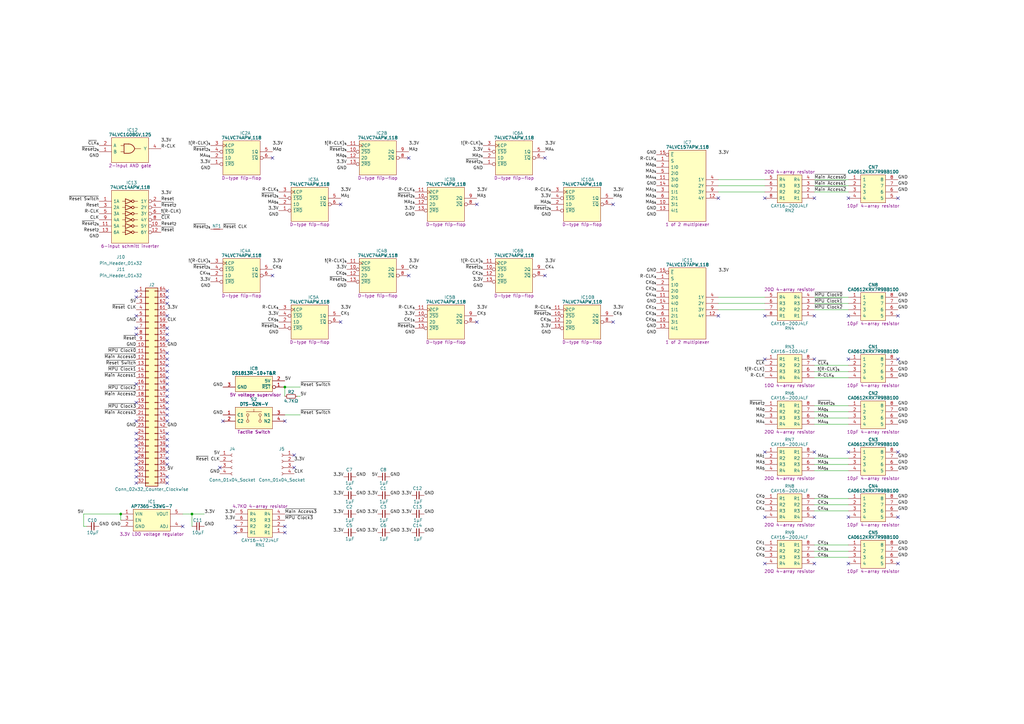
<source format=kicad_sch>
(kicad_sch (version 20230121) (generator eeschema)
  (paper "A3")
  (title_block (title "Triple MPU Clock Generator") (date "2023-12-11") (rev "V0"))
  (junction (at 49.53 210.82))
  (junction (at 116.84 158.75))
  (junction (at 78.74 210.82))
  (no_connect (at 334.01 129.54))
  (no_connect (at 368.3 212.09))
  (no_connect (at 347.98 81.28))
  (no_connect (at 68.58 152.4))
  (no_connect (at 313.69 129.54))
  (no_connect (at 55.88 177.8))
  (no_connect (at 55.88 180.34))
  (no_connect (at 313.69 231.14))
  (no_connect (at 347.98 129.54))
  (no_connect (at 74.93 215.9))
  (no_connect (at 55.88 185.42))
  (no_connect (at 68.58 195.58))
  (no_connect (at 223.52 64.77))
  (no_connect (at 91.44 172.72))
  (no_connect (at 68.58 129.54))
  (no_connect (at 55.88 121.92))
  (no_connect (at 368.3 81.28))
  (no_connect (at 368.3 147.32))
  (no_connect (at 347.98 231.14))
  (no_connect (at 68.58 119.38))
  (no_connect (at 294.64 81.28))
  (no_connect (at 334.01 147.32))
  (no_connect (at 68.58 198.12))
  (no_connect (at 334.01 231.14))
  (no_connect (at 251.46 132.08))
  (no_connect (at 55.88 137.16))
  (no_connect (at 55.88 187.96))
  (no_connect (at 68.58 172.72))
  (no_connect (at 90.17 191.77))
  (no_connect (at 68.58 160.02))
  (no_connect (at 68.58 180.34))
  (no_connect (at 120.65 191.77))
  (no_connect (at 96.52 215.9))
  (no_connect (at 334.01 81.28))
  (no_connect (at 55.88 193.04))
  (no_connect (at 55.88 190.5))
  (no_connect (at 68.58 165.1))
  (no_connect (at 116.84 172.72))
  (no_connect (at 139.7 83.82))
  (no_connect (at 55.88 182.88))
  (no_connect (at 68.58 134.62))
  (no_connect (at 68.58 154.94))
  (no_connect (at 167.64 113.03))
  (no_connect (at 111.76 64.77))
  (no_connect (at 313.69 212.09))
  (no_connect (at 68.58 167.64))
  (no_connect (at 55.88 172.72))
  (no_connect (at 68.58 137.16))
  (no_connect (at 347.98 147.32))
  (no_connect (at 96.52 218.44))
  (no_connect (at 313.69 147.32))
  (no_connect (at 68.58 144.78))
  (no_connect (at 68.58 124.46))
  (no_connect (at 55.88 157.48))
  (no_connect (at 223.52 113.03))
  (no_connect (at 167.64 64.77))
  (no_connect (at 68.58 147.32))
  (no_connect (at 68.58 170.18))
  (no_connect (at 139.7 132.08))
  (no_connect (at 313.69 185.42))
  (no_connect (at 68.58 157.48))
  (no_connect (at 68.58 185.42))
  (no_connect (at 68.58 190.5))
  (no_connect (at 55.88 165.1))
  (no_connect (at 68.58 182.88))
  (no_connect (at 347.98 185.42))
  (no_connect (at 55.88 198.12))
  (no_connect (at 195.58 132.08))
  (no_connect (at 55.88 119.38))
  (no_connect (at 368.3 129.54))
  (no_connect (at 334.01 185.42))
  (no_connect (at 368.3 231.14))
  (no_connect (at 68.58 162.56))
  (no_connect (at 347.98 212.09))
  (no_connect (at 251.46 83.82))
  (no_connect (at 68.58 177.8))
  (no_connect (at 68.58 149.86))
  (no_connect (at 116.84 215.9))
  (no_connect (at 120.65 186.69))
  (no_connect (at 195.58 83.82))
  (no_connect (at 68.58 187.96))
  (no_connect (at 111.76 113.03))
  (no_connect (at 55.88 129.54))
  (no_connect (at 55.88 195.58))
  (no_connect (at 334.01 212.09))
  (no_connect (at 116.84 218.44))
  (no_connect (at 68.58 121.92))
  (no_connect (at 313.69 81.28))
  (no_connect (at 294.64 129.54))
  (no_connect (at 68.58 139.7))
  (no_connect (at 368.3 185.42))
  (no_connect (at 55.88 134.62))
  (wire (pts (xy 334.01 187.96) (xy 347.98 187.96)))
  (wire (pts (xy 334.01 193.04) (xy 347.98 193.04)))
  (wire (pts (xy 123.19 158.75) (xy 116.84 158.75)))
  (wire (pts (xy 334.01 171.45) (xy 347.98 171.45)))
  (wire (pts (xy 334.01 78.74) (xy 347.98 78.74)))
  (wire (pts (xy 78.74 215.9) (xy 78.74 210.82)))
  (wire (pts (xy 334.01 166.37) (xy 347.98 166.37)))
  (wire (pts (xy 334.01 73.66) (xy 347.98 73.66)))
  (wire (pts (xy 334.01 152.4) (xy 347.98 152.4)))
  (wire (pts (xy 334.01 121.92) (xy 347.98 121.92)))
  (wire (pts (xy 334.01 207.01) (xy 347.98 207.01)))
  (wire (pts (xy 34.29 210.82) (xy 49.53 210.82)))
  (wire (pts (xy 313.69 121.92) (xy 294.64 121.92)))
  (wire (pts (xy 334.01 149.86) (xy 347.98 149.86)))
  (wire (pts (xy 334.01 226.06) (xy 347.98 226.06)))
  (wire (pts (xy 334.01 168.91) (xy 347.98 168.91)))
  (wire (pts (xy 49.53 210.82) (xy 49.53 213.36)))
  (wire (pts (xy 334.01 124.46) (xy 347.98 124.46)))
  (wire (pts (xy 116.84 158.75) (xy 116.84 162.56)))
  (wire (pts (xy 313.69 127) (xy 294.64 127)))
  (wire (pts (xy 313.69 78.74) (xy 294.64 78.74)))
  (wire (pts (xy 334.01 190.5) (xy 347.98 190.5)))
  (wire (pts (xy 334.01 173.99) (xy 347.98 173.99)))
  (wire (pts (xy 334.01 154.94) (xy 347.98 154.94)))
  (wire (pts (xy 334.01 204.47) (xy 347.98 204.47)))
  (wire (pts (xy 313.69 73.66) (xy 294.64 73.66)))
  (wire (pts (xy 334.01 76.2) (xy 347.98 76.2)))
  (wire (pts (xy 74.93 210.82) (xy 78.74 210.82)))
  (wire (pts (xy 123.19 170.18) (xy 116.84 170.18)))
  (wire (pts (xy 334.01 127) (xy 347.98 127)))
  (wire (pts (xy 334.01 228.6) (xy 347.98 228.6)))
  (wire (pts (xy 313.69 76.2) (xy 294.64 76.2)))
  (wire (pts (xy 34.29 210.82) (xy 34.29 215.9)))
  (wire (pts (xy 334.01 223.52) (xy 347.98 223.52)))
  (wire (pts (xy 123.19 162.56) (xy 121.92 162.56)))
  (wire (pts (xy 313.69 124.46) (xy 294.64 124.46)))
  (wire (pts (xy 34.29 215.9) (xy 35.56 215.9)))
  (wire (pts (xy 78.74 210.82) (xy 83.82 210.82)))
  (wire (pts (xy 334.01 209.55) (xy 347.98 209.55)))
  (label "CK_{0s}" (at 269.24 116.84 180))
  (label "MA_{0}" (at 111.76 62.23 0))
  (label "3.3V" (at 154.94 210.82 180))
  (label "3.3V" (at 226.06 134.62 180))
  (label "3.3V" (at 139.7 78.74 0))
  (label "GND" (at 55.88 142.24 180))
  (label "3.3V" (at 86.36 67.31 180))
  (label "R⋅CLK_{s}" (at 226.06 127 180))
  (label "5V" (at 68.58 193.04 0))
  (label "~{Main Access1}" (at 334.01 76.2 0))
  (label "CK_{1}" (at 313.69 223.52 180))
  (label "MA_{1}" (at 139.7 81.28 0))
  (label "~{Main Access0}" (at 55.88 147.32 180))
  (label "GND" (at 368.3 209.55 0))
  (label "GND" (at 86.36 118.11 180))
  (label "GND" (at 170.18 137.16 180))
  (label "R⋅CLK" (at 313.69 154.94 180))
  (label "GND" (at 142.24 69.85 180))
  (label "CK_{2}" (at 167.64 110.49 0))
  (label "GND" (at 68.58 175.26 0))
  (label "GND" (at 368.3 149.86 0))
  (label "3.3V" (at 195.58 78.74 0))
  (label "~{CLK}_{s}" (at 40.64 59.69 180))
  (label "~{Reset}_{2s}" (at 142.24 62.23 180))
  (label "~{Reset}_{2s}" (at 198.12 110.49 180))
  (label "~{Reset}_{2s}" (at 170.18 81.28 180))
  (label "3.3V" (at 68.58 127 0))
  (label "CK_{5s}" (at 269.24 132.08 180))
  (label "R⋅CLK_{s}" (at 269.24 114.3 180))
  (label "3.3V" (at 139.7 127 0))
  (label "CK_{2s}" (at 269.24 119.38 180))
  (label "3.3V" (at 170.18 86.36 180))
  (label "5V" (at 154.94 195.58 180))
  (label "MA_{4s}" (at 335.28 173.99 0))
  (label "CK_{0s}" (at 142.24 113.03 180))
  (label "~{Reset} CLK" (at 91.44 93.98 0))
  (label "3.3V" (at 111.76 107.95 0))
  (label "GND" (at 83.82 215.9 0))
  (label "MA_{2s}" (at 335.28 171.45 0))
  (label "MA_{2s}" (at 198.12 64.77 180))
  (label "GND" (at 368.3 127 0))
  (label "CK_{5}" (at 313.69 228.6 180))
  (label "GND" (at 146.05 195.58 0))
  (label "~{Reset}_{2s}" (at 114.3 134.62 180))
  (label "CK_{0}" (at 111.76 110.49 0))
  (label "CK_{3}" (at 313.69 226.06 180))
  (label "~{Main Access3}" (at 55.88 170.18 180))
  (label "~{MPU Clock2}" (at 334.01 127 0))
  (label "GND" (at 368.3 190.5 0))
  (label "3.3V" (at 111.76 59.69 0))
  (label "~{Reset Switch}" (at 123.19 158.75 0))
  (label "!(R⋅CLK)_{s}" (at 142.24 107.95 180))
  (label "CK_{2s}" (at 335.28 207.01 0))
  (label "GND" (at 368.3 73.66 0))
  (label "R⋅CLK_{s}" (at 114.3 78.74 180))
  (label "GND" (at 68.58 142.24 0))
  (label "CK_{3}" (at 195.58 129.54 0))
  (label "CLK" (at 120.65 194.31 0))
  (label "3.3V" (at 294.64 63.5 0))
  (label "~{Main Access1}" (at 55.88 154.94 180))
  (label "R⋅CLK_{s}" (at 335.28 154.94 0))
  (label "3.3V" (at 198.12 115.57 180))
  (label "~{Reset} CLK" (at 90.17 189.23 180))
  (label "~{Reset}_{2}" (at 313.69 166.37 180))
  (label "GND" (at 368.3 168.91 0))
  (label "CK_{5}" (at 251.46 129.54 0))
  (label "GND" (at 160.02 195.58 0))
  (label "~{Reset} CLK" (at 55.88 127 180))
  (label "~{Reset}_{2}" (at 66.04 85.09 0))
  (label "MA_{4s}" (at 86.36 64.77 180))
  (label "CK_{5s}" (at 335.28 228.6 0))
  (label "~{Main Access2}" (at 334.01 78.74 0))
  (label "GND" (at 368.3 223.52 0))
  (label "CK_{1}" (at 139.7 129.54 0))
  (label "GND" (at 170.18 88.9 180))
  (label "GND" (at 40.64 215.9 0))
  (label "5V" (at 34.29 210.82 180))
  (label "3.3V" (at 140.97 218.44 180))
  (label "GND" (at 198.12 118.11 180))
  (label "~{Reset}_{2s}" (at 86.36 110.49 180))
  (label "5V" (at 123.19 162.56 0))
  (label "~{Reset}_{2s}" (at 40.64 92.71 180))
  (label "!(R⋅CLK)" (at 313.69 152.4 180))
  (label "GND" (at 368.3 193.04 0))
  (label "GND" (at 368.3 226.06 0))
  (label "MA_{2}" (at 313.69 171.45 180))
  (label "GND" (at 269.24 86.36 180))
  (label "GND" (at 368.3 124.46 0))
  (label "3.3V" (at 154.94 218.44 180))
  (label "CK_{2}" (at 313.69 207.01 180))
  (label "~{MPU Clock2}" (at 55.88 160.02 180))
  (label "GND" (at 226.06 137.16 180))
  (label "MA_{3s}" (at 226.06 83.82 180))
  (label "R⋅CLK_{s}" (at 170.18 127 180))
  (label "Reset_{2}" (at 66.04 92.71 0))
  (label "GND" (at 49.53 215.9 180))
  (label "CK_{3s}" (at 226.06 132.08 180))
  (label "~{MPU Clock1}" (at 334.01 124.46 0))
  (label "MA_{5s}" (at 335.28 193.04 0))
  (label "GND" (at 198.12 69.85 180))
  (label "GND" (at 146.05 218.44 0))
  (label "R⋅CLK_{s}" (at 170.18 78.74 180))
  (label "CLK" (at 40.64 90.17 180))
  (label "GND" (at 269.24 63.5 180))
  (label "MA_{1s}" (at 269.24 78.74 180))
  (label "CK_{0}" (at 313.69 204.47 180))
  (label "~{Reset}_{2s}" (at 226.06 86.36 180))
  (label "~{Reset}_{2s}" (at 226.06 129.54 180))
  (label "CK_{4s}" (at 335.28 209.55 0))
  (label "3.3V" (at 66.04 80.01 0))
  (label "GND" (at 368.3 187.96 0))
  (label "GND" (at 368.3 78.74 0))
  (label "~{Main Access0}" (at 334.01 73.66 0))
  (label "CK_{3s}" (at 335.28 226.06 0))
  (label "3.3V" (at 168.91 203.2 180))
  (label "!(R⋅CLK)" (at 66.04 87.63 0))
  (label "MA_{1}" (at 313.69 187.96 180))
  (label "GND" (at 368.3 228.6 0))
  (label "CK_{4s}" (at 269.24 121.92 180))
  (label "!(R⋅CLK)_{s}" (at 198.12 107.95 180))
  (label "MA_{4}" (at 223.52 62.23 0))
  (label "CK_{4}" (at 223.52 110.49 0))
  (label "CK_{2s}" (at 198.12 113.03 180))
  (label "GND" (at 368.3 204.47 0))
  (label "~{MPU Clock3}" (at 116.84 213.36 0))
  (label "~{Reset}_{2s}" (at 40.64 62.23 180))
  (label "~{Reset}" (at 55.88 139.7 180))
  (label "!(R⋅CLK)_{s}" (at 335.28 152.4 0))
  (label "GND" (at 114.3 137.16 180))
  (label "GND" (at 269.24 137.16 180))
  (label "~{Main Access3}" (at 116.84 210.82 0))
  (label "GND" (at 226.06 88.9 180))
  (label "MA_{3s}" (at 269.24 81.28 180))
  (label "3.3V" (at 223.52 59.69 0))
  (label "~{CLK}_{s}" (at 335.28 149.86 0))
  (label "5V" (at 90.17 186.69 180))
  (label "GND" (at 269.24 76.2 180))
  (label "GND" (at 368.3 171.45 0))
  (label "GND" (at 160.02 218.44 0))
  (label "GND" (at 40.64 97.79 180))
  (label "3.3V" (at 96.52 213.36 180))
  (label "CK_{1s}" (at 335.28 223.52 0))
  (label "3.3V" (at 140.97 203.2 180))
  (label "3.3V" (at 170.18 129.54 180))
  (label "3.3V" (at 86.36 115.57 180))
  (label "GND" (at 368.3 121.92 0))
  (label "GND" (at 368.3 76.2 0))
  (label "GND" (at 269.24 88.9 180))
  (label "!(R⋅CLK)_{s}" (at 86.36 59.69 180))
  (label "~{Reset}_{2s}" (at 86.36 93.98 180))
  (label "MA_{0s}" (at 142.24 64.77 180))
  (label "CK_{1s}" (at 269.24 127 180))
  (label "GND" (at 55.88 132.08 180))
  (label "GND" (at 90.17 194.31 180))
  (label "MA_{5s}" (at 269.24 83.82 180))
  (label "GND" (at 160.02 203.2 0))
  (label "GND" (at 368.3 152.4 0))
  (label "MA_{5}" (at 313.69 193.04 180))
  (label "GND" (at 173.99 203.2 0))
  (label "CK_{3s}" (at 269.24 129.54 180))
  (label "CK_{5s}" (at 114.3 132.08 180))
  (label "Reset" (at 40.64 85.09 180))
  (label "~{MPU Clock0}" (at 334.01 121.92 0))
  (label "3.3V" (at 120.65 189.23 0))
  (label "MA_{1s}" (at 335.28 187.96 0))
  (label "3.3V" (at 167.64 107.95 0))
  (label "~{Reset Switch}" (at 123.19 170.18 0))
  (label "5V" (at 55.88 124.46 180))
  (label "GND" (at 368.3 166.37 0))
  (label "3.3V" (at 140.97 210.82 180))
  (label "~{Reset}_{2s}" (at 170.18 134.62 180))
  (label "3.3V" (at 195.58 127 0))
  (label "3.3V" (at 168.91 210.82 180))
  (label "Reset_{2}" (at 40.64 95.25 180))
  (label "GND" (at 269.24 111.76 180))
  (label "~{Reset Switch}" (at 55.88 149.86 180))
  (label "3.3V" (at 83.82 210.82 0))
  (label "3.3V" (at 114.3 86.36 180))
  (label "3.3V" (at 140.97 195.58 180))
  (label "R⋅CLK" (at 40.64 87.63 180))
  (label "MA_{0}" (at 313.69 168.91 180))
  (label "MA_{2s}" (at 269.24 71.12 180))
  (label "R⋅CLK" (at 66.04 60.96 0))
  (label "CK_{1s}" (at 170.18 132.08 180))
  (label "~{Reset Switch}" (at 40.64 82.55 180))
  (label "~{Reset}_{2s}" (at 86.36 62.23 180))
  (label "GND" (at 142.24 118.11 180))
  (label "~{Reset}_{2s}" (at 142.24 115.57 180))
  (label "3.3V" (at 96.52 210.82 180))
  (label "R⋅CLK_{s}" (at 226.06 78.74 180))
  (label "GND" (at 91.44 158.75 180))
  (label "GND" (at 114.3 88.9 180))
  (label "5V" (at 116.84 156.21 0))
  (label "3.3V" (at 226.06 81.28 180))
  (label "GND" (at 86.36 69.85 180))
  (label "~{Reset}_{2s}" (at 335.28 166.37 0))
  (label "GND" (at 173.99 210.82 0))
  (label "3.3V" (at 168.91 218.44 180))
  (label "3.3V" (at 251.46 78.74 0))
  (label "MA_{0s}" (at 269.24 68.58 180))
  (label "GND" (at 91.44 170.18 180))
  (label "~{MPU Clock1}" (at 55.88 152.4 180))
  (label "3.3V" (at 198.12 62.23 180))
  (label "CLK" (at 68.58 132.08 0))
  (label "CK_{4s}" (at 86.36 113.03 180))
  (label "~{Reset}" (at 66.04 95.25 0))
  (label "~{Reset}_{2s}" (at 114.3 81.28 180))
  (label "GND" (at 368.3 173.99 0))
  (label "MA_{5s}" (at 114.3 83.82 180))
  (label "3.3V" (at 154.94 203.2 180))
  (label "~{CLK}" (at 313.69 149.86 180))
  (label "MA_{5}" (at 251.46 81.28 0))
  (label "3.3V" (at 114.3 129.54 180))
  (label "3.3V" (at 66.04 58.42 0))
  (label "MA_{3}" (at 313.69 190.5 180))
  (label "GND" (at 160.02 210.82 0))
  (label "!(R⋅CLK)_{s}" (at 198.12 59.69 180))
  (label "~{CLK}" (at 66.04 90.17 0))
  (label "~{Reset}_{2s}" (at 198.12 67.31 180))
  (label "MA_{4s}" (at 269.24 73.66 180))
  (label "MA_{1s}" (at 170.18 83.82 180))
  (label "3.3V" (at 294.64 111.76 0))
  (label "GND" (at 269.24 124.46 180))
  (label "GND" (at 269.24 134.62 180))
  (label "MA_{0s}" (at 335.28 168.91 0))
  (label "GND" (at 55.88 175.26 180))
  (label "~{MPU Clock0}" (at 55.88 144.78 180))
  (label "!(R⋅CLK)_{s}" (at 142.24 59.69 180))
  (label "GND" (at 40.64 64.77 180))
  (label "GND" (at 173.99 218.44 0))
  (label "!(R⋅CLK)_{s}" (at 86.36 107.95 180))
  (label "R⋅CLK_{s}" (at 114.3 127 180))
  (label "CK_{4}" (at 313.69 209.55 180))
  (label "Reset" (at 66.04 82.55 0))
  (label "GND" (at 146.05 203.2 0))
  (label "CK_{0s}" (at 335.28 204.47 0))
  (label "MA_{4}" (at 313.69 173.99 180))
  (label "3.3V" (at 142.24 67.31 180))
  (label "GND" (at 368.3 207.01 0))
  (label "~{Main Access2}" (at 55.88 162.56 180))
  (label "MA_{3}" (at 195.58 81.28 0))
  (label "3.3V" (at 223.52 107.95 0))
  (label "3.3V" (at 142.24 110.49 180))
  (label "3.3V" (at 251.46 127 0))
  (label "MA_{2}" (at 167.64 62.23 0))
  (label "3.3V" (at 167.64 59.69 0))
  (label "MA_{3s}" (at 335.28 190.5 0))
  (label "~{MPU Clock3}" (at 55.88 167.64 180))
  (label "R⋅CLK_{s}" (at 269.24 66.04 180))
  (label "GND" (at 146.05 210.82 0))
  (label "GND" (at 368.3 154.94 0))
  (symbol (lib_id "HCP65:Pin_Header_01x32") (at 49.53 111.76 0) (unit 1)
    (property "Reference" "J11" (at 49.53 110.49 0))
    (property "Value" "Pin_Header_01x32" (at 49.53 113.03 0))
    (property "Footprint" "SamacSys_Parts:PinHeader_1x32_P2.54mm_Vertical" (effects hide))
  )
  (symbol (lib_id "Yageo:CA0612KRX7R9BB100") (at 347.98 147.32 0) (unit 1)
    (property "Reference" "CN1" (at 358.14 142.24 0) (effects (font bold)))
    (property "Value" "CA0612KRX7R9BB100" (at 358.14 144.145 0) (effects (font bold)))
    (property "Footprint" "SamacSys_Parts:CA0612KRX7R9BB100" (effects hide))
    (property "Datasheet" "https://componentsearchengine.com/Datasheets/1/CA0612KRX7R9BB102.pdf" (effects hide))
    (property "Description" "10pF 4-array resistor" (at 358.14 158.115 0))
    (property "Manufacturer_Name" "KEMET" (effects hide))
    (property "Manufacturer_Part_Number" "CA0612KRX7R9BB102" (effects hide))
    (property "Mouser Part Number" "603-CA612KRX7R9BB102" (effects hide))
    (property "Mouser Price/Stock" "https://www.mouser.co.uk/ProductDetail/YAGEO/CA0612KRX7R9BB102?qs=50q%252BZR8McTG8nSzW%2FPfXjQ%3D%3D" (effects hide))
    (property "Silkscreen" "10pF" (effects hide))
  )
  (symbol (lib_id "Nexperia:74LVC157APW,118") (at 269.24 111.76 0) (unit 1)
    (property "Reference" "IC11" (at 281.94 106.68 0))
    (property "Value" "74LVC157APW,118" (at 281.94 108.585 0) (effects (font bold)))
    (property "Footprint" "SOP65P640X110-16N" (effects hide))
    (property "Datasheet" "https://assets.nexperia.com/documents/data-sheet/74LVC157A.pdf" (effects hide))
    (property "Description" "1 of 2 multiplexer" (at 281.94 140.335 0))
    (property "Height" "1.1" (effects hide))
    (property "Mouser Part Number" "771-74LVC157APW-T" (effects hide))
    (property "Mouser Price/Stock" "https://www.mouser.co.uk/ProductDetail/Nexperia/74LVC157APW118?qs=me8TqzrmIYWzCqHfrjyLrQ%3D%3D" (effects hide))
    (property "Manufacturer_Name" "Nexperia" (effects hide))
    (property "Manufacturer_Part_Number" "74LVC157APW,118" (effects hide))
    (property "Silkscreen" "74LVC157" (effects hide))
  )
  (symbol (lib_id "Nexperia:74LVC74APW,118_Multi") (at 114.3 127 0) (unit 1)
    (property "Reference" "IC5" (at 126.365 121.92 0) (effects (justify left)))
    (property "Value" "74LVC74APW,118" (at 127 123.825 0) (effects (font bold)))
    (property "Footprint" "SOP65P640X110-14N" (effects hide))
    (property "Datasheet" "https://assets.nexperia.com/documents/data-sheet/74LVC74A.pdf" (effects hide))
    (property "Description" "D-type flip-flop" (at 127 140.335 0))
    (property "Height" "1.1" (effects hide))
    (property "Mouser Part Number" "771-74LVC74APW-T" (effects hide))
    (property "Mouser Price/Stock" "https://www.mouser.co.uk/ProductDetail/Nexperia/74LVC74APW118?qs=me8TqzrmIYVtXwVfet0lzw%3D%3D" (effects hide))
    (property "Manufacturer_Name" "Nexperia" (effects hide))
    (property "Manufacturer_Part_Number" "74LVC74APW,118" (effects hide))
    (property "Silkscreen" "74LVC74" (effects hide))
  )
  (symbol (lib_id "Connector:Conn_01x04_Socket") (at 95.25 189.23 0) (unit 1)
    (property "Reference" "J4" (at 95.25 184.15 0))
    (property "Value" "Conn_01x04_Socket" (at 95.25 196.85 0))
    (property "Footprint" "Connector_PinSocket_2.54mm:PinSocket_1x04_P2.54mm_Vertical" (effects hide))
  )
  (symbol (lib_id "Nexperia:74LVC1G08GV,125") (at 40.64 59.69 0) (unit 1)
    (property "Reference" "IC12" (at 52.07 53.34 0) (effects (justify left)))
    (property "Value" "74LVC1G08GV,125" (at 53.34 55.245 0) (effects (font bold)))
    (property "Footprint" "SOT95P275X110-5N" (effects hide))
    (property "Datasheet" "https://assets.nexperia.com/documents/data-sheet/74LVC1G08.pdf" (effects hide))
    (property "Description" "2-input AND gate" (at 53.34 67.945 0))
    (property "Height" "1.1" (effects hide))
    (property "Manufacturer_Name" "Nexperia" (effects hide))
    (property "Manufacturer_Part_Number" "74LVC1G08GV,125" (effects hide))
    (property "Mouser Part Number" "771-74LVC1G08GV" (effects hide))
    (property "Mouser Price/Stock" "https://www.mouser.co.uk/ProductDetail/Nexperia/74LVC1G08GV125?qs=me8TqzrmIYXEnurJEPZc7A%3D%3D" (effects hide))
    (property "Arrow Part Number" "74LVC1G08GV,125" (effects hide))
    (property "Arrow Price/Stock" "https://www.arrow.com/en/products/74lvc1g08gv125/nexperia" (effects hide))
    (property "Silkscreen" "'1G08" (effects hide))
  )
  (symbol (lib_id "Diptronic:DTS-62N-V") (at 91.44 170.18 0) (unit 1)
    (property "Reference" "S2" (at 104.14 163.83 0))
    (property "Value" "DTS-62N-V" (at 104.14 165.735 0) (effects (font bold)))
    (property "Footprint" "DTS62NV" (effects hide))
    (property "Datasheet" "http://akizukidenshi.com/download/ds/cosland/DTS-6-V.PDF" (effects hide))
    (property "Description" "Tactile Switch" (at 104.14 177.165 0))
    (property "Height" "7" (effects hide))
    (property "Manufacturer_Name" "Diptronics" (effects hide))
    (property "Manufacturer_Part_Number" "DTS-62N-V" (effects hide))
    (property "Mouser Part Number" "113-DTS-62N-V" (effects hide))
    (property "Mouser Price/Stock" "https://www.mouser.co.uk/ProductDetail/Diptronics/DTS-62N-V?qs=gTYE2QTfZfSKTB5KYn%252Brkw%3D%3D" (effects hide))
  )
  (symbol (lib_id "Yageo:CA0612KRX7R9BB100") (at 347.98 223.52 0) (unit 1)
    (property "Reference" "CN5" (at 358.14 218.44 0) (effects (font bold)))
    (property "Value" "CA0612KRX7R9BB100" (at 358.14 220.345 0) (effects (font bold)))
    (property "Footprint" "SamacSys_Parts:CA0612KRX7R9BB100" (effects hide))
    (property "Datasheet" "https://componentsearchengine.com/Datasheets/1/CA0612KRX7R9BB102.pdf" (effects hide))
    (property "Description" "10pF 4-array resistor" (at 358.14 234.315 0))
    (property "Manufacturer_Name" "KEMET" (effects hide))
    (property "Manufacturer_Part_Number" "CA0612KRX7R9BB102" (effects hide))
    (property "Mouser Part Number" "603-CA612KRX7R9BB102" (effects hide))
    (property "Mouser Price/Stock" "https://www.mouser.co.uk/ProductDetail/YAGEO/CA0612KRX7R9BB102?qs=50q%252BZR8McTG8nSzW%2FPfXjQ%3D%3D" (effects hide))
    (property "Silkscreen" "10pF" (effects hide))
  )
  (symbol (lib_id "HCP65:C_0805") (at 168.91 210.82 0) (unit 1)
    (property "Reference" "C13" (at 171.196 207.899 0))
    (property "Value" "1μF" (at 171.45 213.36 0))
    (property "Footprint" "SamacSys_Parts:C_0805" (effects hide))
  )
  (symbol (lib_id "Nexperia:74LVC14APW,118") (at 40.64 82.55 0) (unit 1)
    (property "Reference" "IC13" (at 53.975 74.93 0))
    (property "Value" "74LVC14APW,118" (at 53.34 76.835 0) (effects (font bold)))
    (property "Footprint" "SOP65P640X110-14N" (effects hide))
    (property "Datasheet" "https://assets.nexperia.com/documents/data-sheet/74LVC14A.pdf" (effects hide))
    (property "Description" "6-input schmitt inverter" (at 53.34 100.965 0))
    (property "Height" "1.1" (effects hide))
    (property "Manufacturer_Name" "Nexperia" (effects hide))
    (property "Manufacturer_Part_Number" "74LVC14APW,118" (effects hide))
    (property "Mouser Part Number" "771-74LVC14APW-T" (effects hide))
    (property "Mouser Price/Stock" "https://www.mouser.co.uk/ProductDetail/Nexperia/74LVC14APW118?qs=me8TqzrmIYUSyqWqvgpEbA%3D%3D" (effects hide))
    (property "Silkscreen" "74LVC14" (effects hide))
  )
  (symbol (lib_id "HCP65:C_0805") (at 154.94 203.2 0) (unit 1)
    (property "Reference" "C1" (at 157.226 200.279 0))
    (property "Value" "1μF" (at 157.48 205.74 0))
    (property "Footprint" "SamacSys_Parts:C_0805" (effects hide))
  )
  (symbol (lib_id "Nexperia:74LVC74APW,118_Multi") (at 226.06 78.74 0) (unit 1)
    (property "Reference" "IC10" (at 238.125 73.66 0) (effects (justify left)))
    (property "Value" "74LVC74APW,118" (at 238.76 75.565 0) (effects (font bold)))
    (property "Footprint" "SOP65P640X110-14N" (effects hide))
    (property "Datasheet" "https://assets.nexperia.com/documents/data-sheet/74LVC74A.pdf" (effects hide))
    (property "Description" "D-type flip-flop" (at 238.76 92.075 0))
    (property "Height" "1.1" (effects hide))
    (property "Mouser Part Number" "771-74LVC74APW-T" (effects hide))
    (property "Mouser Price/Stock" "https://www.mouser.co.uk/ProductDetail/Nexperia/74LVC74APW118?qs=me8TqzrmIYVtXwVfet0lzw%3D%3D" (effects hide))
    (property "Manufacturer_Name" "Nexperia" (effects hide))
    (property "Manufacturer_Part_Number" "74LVC74APW,118" (effects hide))
    (property "Silkscreen" "74LVC74" (effects hide))
  )
  (symbol (lib_id "HCP65:R_0805") (at 116.84 162.56 0) (unit 1)
    (property "Reference" "R2" (at 119.38 160.782 0))
    (property "Value" "4.7KΩ" (at 119.38 164.465 0))
    (property "Footprint" "SamacSys_Parts:R_0805" (effects hide))
  )
  (symbol (lib_id "Nexperia:74LVC74APW,118_Multi") (at 86.36 59.69 0) (unit 1)
    (property "Reference" "IC2" (at 98.425 54.61 0) (effects (justify left)))
    (property "Value" "74LVC74APW,118" (at 99.06 56.515 0) (effects (font bold)))
    (property "Footprint" "SOP65P640X110-14N" (effects hide))
    (property "Datasheet" "https://assets.nexperia.com/documents/data-sheet/74LVC74A.pdf" (effects hide))
    (property "Description" "D-type flip-flop" (at 99.06 73.025 0))
    (property "Height" "1.1" (effects hide))
    (property "Mouser Part Number" "771-74LVC74APW-T" (effects hide))
    (property "Mouser Price/Stock" "https://www.mouser.co.uk/ProductDetail/Nexperia/74LVC74APW118?qs=me8TqzrmIYVtXwVfet0lzw%3D%3D" (effects hide))
    (property "Manufacturer_Name" "Nexperia" (effects hide))
    (property "Manufacturer_Part_Number" "74LVC74APW,118" (effects hide))
    (property "Silkscreen" "74LVC74" (effects hide))
  )
  (symbol (lib_id "Bourns:CAY16-200J4LF") (at 334.01 81.28 180) (unit 1)
    (property "Reference" "RN2" (at 323.85 86.36 0))
    (property "Value" "CAY16-200J4LF" (at 323.85 84.455 0))
    (property "Footprint" "SamacSys_Parts:CAY16-F4" (effects hide))
    (property "Datasheet" "https://www.bourns.com/pdfs/CATCAY.pdf" (effects hide))
    (property "Description" "20Ω 4-array resistor" (at 323.85 70.485 0))
    (property "Manufacturer_Name" "Bourns" (effects hide))
    (property "Manufacturer_Part_Number" "CAY16-331J4LF" (effects hide))
    (property "Mouser Part Number" "652-CAY16-331J4LF" (effects hide))
    (property "Mouser Price/Stock" "https://www.mouser.co.uk/ProductDetail/Bourns/CAY16-331J4LF?qs=S%2FtQCknEyz%2FCCx8IkpB2bQ%3D%3D" (effects hide))
    (property "Arrow Part Number" "CAY16-331J4LF" (effects hide))
    (property "Arrow Price/Stock" "https://www.arrow.com/en/products/cay16-331j4lf/bourns?region=nac" (effects hide))
    (property "Silkscreen" "20Ω" (effects hide))
  )
  (symbol (lib_id "Nexperia:74LVC157APW,118") (at 269.24 63.5 0) (unit 1)
    (property "Reference" "IC7" (at 281.94 58.42 0))
    (property "Value" "74LVC157APW,118" (at 281.94 60.325 0) (effects (font bold)))
    (property "Footprint" "SOP65P640X110-16N" (effects hide))
    (property "Datasheet" "https://assets.nexperia.com/documents/data-sheet/74LVC157A.pdf" (effects hide))
    (property "Description" "1 of 2 multiplexer" (at 281.94 92.075 0))
    (property "Height" "1.1" (effects hide))
    (property "Mouser Part Number" "771-74LVC157APW-T" (effects hide))
    (property "Mouser Price/Stock" "https://www.mouser.co.uk/ProductDetail/Nexperia/74LVC157APW118?qs=me8TqzrmIYWzCqHfrjyLrQ%3D%3D" (effects hide))
    (property "Manufacturer_Name" "Nexperia" (effects hide))
    (property "Manufacturer_Part_Number" "74LVC157APW,118" (effects hide))
    (property "Silkscreen" "74LVC157" (effects hide))
  )
  (symbol (lib_id "Nexperia:74LVC74APW,118_Multi") (at 142.24 107.95 0) (unit 2)
    (property "Reference" "IC4" (at 154.305 102.87 0) (effects (justify left)))
    (property "Value" "74LVC74APW,118" (at 154.94 104.775 0) (effects (font bold)))
    (property "Footprint" "SOP65P640X110-14N" (effects hide))
    (property "Datasheet" "https://assets.nexperia.com/documents/data-sheet/74LVC74A.pdf" (effects hide))
    (property "Description" "D-type flip-flop" (at 154.94 121.285 0))
    (property "Height" "1.1" (effects hide))
    (property "Mouser Part Number" "771-74LVC74APW-T" (effects hide))
    (property "Mouser Price/Stock" "https://www.mouser.co.uk/ProductDetail/Nexperia/74LVC74APW118?qs=me8TqzrmIYVtXwVfet0lzw%3D%3D" (effects hide))
    (property "Manufacturer_Name" "Nexperia" (effects hide))
    (property "Manufacturer_Part_Number" "74LVC74APW,118" (effects hide))
    (property "Silkscreen" "74LVC74" (effects hide))
  )
  (symbol (lib_id "Nexperia:74LVC74APW,118_Multi") (at 170.18 127 0) (unit 2)
    (property "Reference" "IC5" (at 182.245 121.92 0) (effects (justify left)))
    (property "Value" "74LVC74APW,118" (at 182.88 123.825 0) (effects (font bold)))
    (property "Footprint" "SOP65P640X110-14N" (effects hide))
    (property "Datasheet" "https://assets.nexperia.com/documents/data-sheet/74LVC74A.pdf" (effects hide))
    (property "Description" "D-type flip-flop" (at 182.88 140.335 0))
    (property "Height" "1.1" (effects hide))
    (property "Mouser Part Number" "771-74LVC74APW-T" (effects hide))
    (property "Mouser Price/Stock" "https://www.mouser.co.uk/ProductDetail/Nexperia/74LVC74APW118?qs=me8TqzrmIYVtXwVfet0lzw%3D%3D" (effects hide))
    (property "Manufacturer_Name" "Nexperia" (effects hide))
    (property "Manufacturer_Part_Number" "74LVC74APW,118" (effects hide))
    (property "Silkscreen" "74LVC74" (effects hide))
  )
  (symbol (lib_id "Bourns:CAY16-200J4LF") (at 313.69 223.52 0) (unit 1)
    (property "Reference" "RN9" (at 323.85 218.44 0))
    (property "Value" "CAY16-200J4LF" (at 323.85 220.345 0))
    (property "Footprint" "SamacSys_Parts:CAY16-F4" (effects hide))
    (property "Datasheet" "https://www.bourns.com/pdfs/CATCAY.pdf" (effects hide))
    (property "Description" "20Ω 4-array resistor" (at 323.85 234.315 0))
    (property "Manufacturer_Name" "Bourns" (effects hide))
    (property "Manufacturer_Part_Number" "CAY16-331J4LF" (effects hide))
    (property "Mouser Part Number" "652-CAY16-331J4LF" (effects hide))
    (property "Mouser Price/Stock" "https://www.mouser.co.uk/ProductDetail/Bourns/CAY16-331J4LF?qs=S%2FtQCknEyz%2FCCx8IkpB2bQ%3D%3D" (effects hide))
    (property "Arrow Part Number" "CAY16-331J4LF" (effects hide))
    (property "Arrow Price/Stock" "https://www.arrow.com/en/products/cay16-331j4lf/bourns?region=nac" (effects hide))
    (property "Silkscreen" "20Ω" (effects hide))
  )
  (symbol (lib_id "HCP65:NetTie") (at 86.36 93.98 0) (unit 1)
    (property "Reference" "NT1" (at 88.9 92.71 0))
    (property "Value" "NetTie" (effects hide))
    (property "Footprint" "NetTie:NetTie-2_SMD_Pad0.5mm" (effects hide))
  )
  (symbol (lib_id "Nexperia:74LVC74APW,118_Multi") (at 198.12 107.95 0) (unit 2)
    (property "Reference" "IC6" (at 210.185 102.87 0) (effects (justify left)))
    (property "Value" "74LVC74APW,118" (at 210.82 104.775 0) (effects (font bold)))
    (property "Footprint" "SOP65P640X110-14N" (effects hide))
    (property "Datasheet" "https://assets.nexperia.com/documents/data-sheet/74LVC74A.pdf" (effects hide))
    (property "Description" "D-type flip-flop" (at 210.82 121.285 0))
    (property "Height" "1.1" (effects hide))
    (property "Mouser Part Number" "771-74LVC74APW-T" (effects hide))
    (property "Mouser Price/Stock" "https://www.mouser.co.uk/ProductDetail/Nexperia/74LVC74APW118?qs=me8TqzrmIYVtXwVfet0lzw%3D%3D" (effects hide))
    (property "Manufacturer_Name" "Nexperia" (effects hide))
    (property "Manufacturer_Part_Number" "74LVC74APW,118" (effects hide))
    (property "Silkscreen" "74LVC74" (effects hide))
  )
  (symbol (lib_id "Nexperia:74LVC74APW,118_Multi") (at 170.18 78.74 0) (unit 2)
    (property "Reference" "IC3" (at 182.245 73.66 0) (effects (justify left)))
    (property "Value" "74LVC74APW,118" (at 182.88 75.565 0) (effects (font bold)))
    (property "Footprint" "SOP65P640X110-14N" (effects hide))
    (property "Datasheet" "https://assets.nexperia.com/documents/data-sheet/74LVC74A.pdf" (effects hide))
    (property "Description" "D-type flip-flop" (at 182.88 92.075 0))
    (property "Height" "1.1" (effects hide))
    (property "Mouser Part Number" "771-74LVC74APW-T" (effects hide))
    (property "Mouser Price/Stock" "https://www.mouser.co.uk/ProductDetail/Nexperia/74LVC74APW118?qs=me8TqzrmIYVtXwVfet0lzw%3D%3D" (effects hide))
    (property "Manufacturer_Name" "Nexperia" (effects hide))
    (property "Manufacturer_Part_Number" "74LVC74APW,118" (effects hide))
    (property "Silkscreen" "74LVC74" (effects hide))
  )
  (symbol (lib_id "HCP65:C_0805") (at 140.97 210.82 0) (unit 1)
    (property "Reference" "C2" (at 143.256 207.899 0))
    (property "Value" "1μF" (at 143.51 213.36 0))
    (property "Footprint" "SamacSys_Parts:C_0805" (effects hide))
  )
  (symbol (lib_id "Bourns:CAY16-200J4LF") (at 313.69 166.37 0) (unit 1)
    (property "Reference" "RN6" (at 323.85 161.29 0))
    (property "Value" "CAY16-200J4LF" (at 323.85 163.195 0))
    (property "Footprint" "SamacSys_Parts:CAY16-F4" (effects hide))
    (property "Datasheet" "https://www.bourns.com/pdfs/CATCAY.pdf" (effects hide))
    (property "Description" "20Ω 4-array resistor" (at 323.85 177.165 0))
    (property "Manufacturer_Name" "Bourns" (effects hide))
    (property "Manufacturer_Part_Number" "CAY16-331J4LF" (effects hide))
    (property "Mouser Part Number" "652-CAY16-331J4LF" (effects hide))
    (property "Mouser Price/Stock" "https://www.mouser.co.uk/ProductDetail/Bourns/CAY16-331J4LF?qs=S%2FtQCknEyz%2FCCx8IkpB2bQ%3D%3D" (effects hide))
    (property "Arrow Part Number" "CAY16-331J4LF" (effects hide))
    (property "Arrow Price/Stock" "https://www.arrow.com/en/products/cay16-331j4lf/bourns?region=nac" (effects hide))
    (property "Silkscreen" "20Ω" (effects hide))
  )
  (symbol (lib_id "Yageo:CA0612KRX7R9BB100") (at 347.98 166.37 0) (unit 1)
    (property "Reference" "CN2" (at 358.14 161.29 0) (effects (font bold)))
    (property "Value" "CA0612KRX7R9BB100" (at 358.14 163.195 0) (effects (font bold)))
    (property "Footprint" "SamacSys_Parts:CA0612KRX7R9BB100" (effects hide))
    (property "Datasheet" "https://componentsearchengine.com/Datasheets/1/CA0612KRX7R9BB102.pdf" (effects hide))
    (property "Description" "10pF 4-array resistor" (at 358.14 177.165 0))
    (property "Manufacturer_Name" "KEMET" (effects hide))
    (property "Manufacturer_Part_Number" "CA0612KRX7R9BB102" (effects hide))
    (property "Mouser Part Number" "603-CA612KRX7R9BB102" (effects hide))
    (property "Mouser Price/Stock" "https://www.mouser.co.uk/ProductDetail/YAGEO/CA0612KRX7R9BB102?qs=50q%252BZR8McTG8nSzW%2FPfXjQ%3D%3D" (effects hide))
    (property "Silkscreen" "10pF" (effects hide))
  )
  (symbol (lib_id "HCP65:C_0805") (at 168.91 218.44 0) (unit 1)
    (property "Reference" "C14" (at 171.196 215.519 0))
    (property "Value" "1μF" (at 171.45 220.98 0))
    (property "Footprint" "SamacSys_Parts:C_0805" (effects hide))
  )
  (symbol (lib_id "HCP65:C_0805") (at 154.94 195.58 0) (unit 1)
    (property "Reference" "C8" (at 157.226 192.659 0))
    (property "Value" "1μF" (at 157.48 198.12 0))
    (property "Footprint" "SamacSys_Parts:C_0805" (effects hide))
  )
  (symbol (lib_id "HCP65:Pin_Header_01x32") (at 49.53 106.68 0) (unit 1)
    (property "Reference" "J10" (at 49.53 105.41 0))
    (property "Value" "Pin_Header_01x32" (at 49.53 107.95 0))
    (property "Footprint" "SamacSys_Parts:PinHeader_1x32_P2.54mm_Vertical" (effects hide))
  )
  (symbol (lib_id "Yageo:CA0612KRX7R9BB100") (at 347.98 73.66 0) (unit 1)
    (property "Reference" "CN7" (at 358.14 68.58 0) (effects (font bold)))
    (property "Value" "CA0612KRX7R9BB100" (at 358.14 70.485 0) (effects (font bold)))
    (property "Footprint" "SamacSys_Parts:CA0612KRX7R9BB100" (effects hide))
    (property "Datasheet" "https://componentsearchengine.com/Datasheets/1/CA0612KRX7R9BB102.pdf" (effects hide))
    (property "Description" "10pF 4-array resistor" (at 358.14 84.455 0))
    (property "Manufacturer_Name" "KEMET" (effects hide))
    (property "Manufacturer_Part_Number" "CA0612KRX7R9BB102" (effects hide))
    (property "Mouser Part Number" "603-CA612KRX7R9BB102" (effects hide))
    (property "Mouser Price/Stock" "https://www.mouser.co.uk/ProductDetail/YAGEO/CA0612KRX7R9BB102?qs=50q%252BZR8McTG8nSzW%2FPfXjQ%3D%3D" (effects hide))
    (property "Silkscreen" "10pF" (effects hide))
  )
  (symbol (lib_id "Nexperia:74LVC74APW,118_Multi") (at 226.06 127 0) (unit 2)
    (property "Reference" "IC10" (at 238.125 121.92 0) (effects (justify left)))
    (property "Value" "74LVC74APW,118" (at 238.76 123.825 0) (effects (font bold)))
    (property "Footprint" "SOP65P640X110-14N" (effects hide))
    (property "Datasheet" "https://assets.nexperia.com/documents/data-sheet/74LVC74A.pdf" (effects hide))
    (property "Description" "D-type flip-flop" (at 238.76 140.335 0))
    (property "Height" "1.1" (effects hide))
    (property "Mouser Part Number" "771-74LVC74APW-T" (effects hide))
    (property "Mouser Price/Stock" "https://www.mouser.co.uk/ProductDetail/Nexperia/74LVC74APW118?qs=me8TqzrmIYVtXwVfet0lzw%3D%3D" (effects hide))
    (property "Manufacturer_Name" "Nexperia" (effects hide))
    (property "Manufacturer_Part_Number" "74LVC74APW,118" (effects hide))
    (property "Silkscreen" "74LVC74" (effects hide))
  )
  (symbol (lib_id "Bourns:CAY16-200J4LF") (at 313.69 204.47 0) (unit 1)
    (property "Reference" "RN8" (at 323.85 199.39 0))
    (property "Value" "CAY16-200J4LF" (at 323.85 201.295 0))
    (property "Footprint" "SamacSys_Parts:CAY16-F4" (effects hide))
    (property "Datasheet" "https://www.bourns.com/pdfs/CATCAY.pdf" (effects hide))
    (property "Description" "20Ω 4-array resistor" (at 323.85 215.265 0))
    (property "Manufacturer_Name" "Bourns" (effects hide))
    (property "Manufacturer_Part_Number" "CAY16-331J4LF" (effects hide))
    (property "Mouser Part Number" "652-CAY16-331J4LF" (effects hide))
    (property "Mouser Price/Stock" "https://www.mouser.co.uk/ProductDetail/Bourns/CAY16-331J4LF?qs=S%2FtQCknEyz%2FCCx8IkpB2bQ%3D%3D" (effects hide))
    (property "Arrow Part Number" "CAY16-331J4LF" (effects hide))
    (property "Arrow Price/Stock" "https://www.arrow.com/en/products/cay16-331j4lf/bourns?region=nac" (effects hide))
    (property "Silkscreen" "20Ω" (effects hide))
  )
  (symbol (lib_id "HCP65:C_0805") (at 168.91 203.2 0) (unit 1)
    (property "Reference" "C12" (at 171.196 200.279 0))
    (property "Value" "1μF" (at 171.45 205.74 0))
    (property "Footprint" "SamacSys_Parts:C_0805" (effects hide))
  )
  (symbol (lib_id "HCP65:C_0805") (at 35.56 215.9 0) (unit 1)
    (property "Reference" "C10" (at 37.846 213.36 0))
    (property "Value" "10µF" (at 38.1 218.44 0))
    (property "Footprint" "SamacSys_Parts:C_0805" (effects hide))
  )
  (symbol (lib_id "Connector:Conn_01x04_Socket") (at 115.57 189.23 0) (mirror y) (unit 1)
    (property "Reference" "J5" (at 115.57 184.15 0))
    (property "Value" "Conn_01x04_Socket" (at 115.57 196.85 0))
    (property "Footprint" "Connector_PinSocket_2.54mm:PinSocket_1x04_P2.54mm_Vertical" (effects hide))
  )
  (symbol (lib_id "Bourns:CAY16-200J4LF") (at 334.01 129.54 180) (unit 1)
    (property "Reference" "RN4" (at 323.85 134.62 0))
    (property "Value" "CAY16-200J4LF" (at 323.85 132.715 0))
    (property "Footprint" "SamacSys_Parts:CAY16-F4" (effects hide))
    (property "Datasheet" "https://www.bourns.com/pdfs/CATCAY.pdf" (effects hide))
    (property "Description" "20Ω 4-array resistor" (at 323.85 118.745 0))
    (property "Manufacturer_Name" "Bourns" (effects hide))
    (property "Manufacturer_Part_Number" "CAY16-331J4LF" (effects hide))
    (property "Mouser Part Number" "652-CAY16-331J4LF" (effects hide))
    (property "Mouser Price/Stock" "https://www.mouser.co.uk/ProductDetail/Bourns/CAY16-331J4LF?qs=S%2FtQCknEyz%2FCCx8IkpB2bQ%3D%3D" (effects hide))
    (property "Arrow Part Number" "CAY16-331J4LF" (effects hide))
    (property "Arrow Price/Stock" "https://www.arrow.com/en/products/cay16-331j4lf/bourns?region=nac" (effects hide))
    (property "Silkscreen" "20Ω" (effects hide))
  )
  (symbol (lib_id "Yageo:CA0612KRX7R9BB100") (at 347.98 185.42 0) (unit 1)
    (property "Reference" "CN3" (at 358.14 180.34 0) (effects (font bold)))
    (property "Value" "CA0612KRX7R9BB100" (at 358.14 182.245 0) (effects (font bold)))
    (property "Footprint" "SamacSys_Parts:CA0612KRX7R9BB100" (effects hide))
    (property "Datasheet" "https://componentsearchengine.com/Datasheets/1/CA0612KRX7R9BB102.pdf" (effects hide))
    (property "Description" "10pF 4-array resistor" (at 358.14 196.215 0))
    (property "Manufacturer_Name" "KEMET" (effects hide))
    (property "Manufacturer_Part_Number" "CA0612KRX7R9BB102" (effects hide))
    (property "Mouser Part Number" "603-CA612KRX7R9BB102" (effects hide))
    (property "Mouser Price/Stock" "https://www.mouser.co.uk/ProductDetail/YAGEO/CA0612KRX7R9BB102?qs=50q%252BZR8McTG8nSzW%2FPfXjQ%3D%3D" (effects hide))
    (property "Silkscreen" "10pF" (effects hide))
  )
  (symbol (lib_id "HCP65:C_0805") (at 140.97 203.2 0) (unit 1)
    (property "Reference" "C4" (at 143.256 200.279 0))
    (property "Value" "1μF" (at 143.51 205.74 0))
    (property "Footprint" "SamacSys_Parts:C_0805" (effects hide))
  )
  (symbol (lib_id "Nexperia:74LVC74APW,118_Multi") (at 86.36 107.95 0) (unit 1)
    (property "Reference" "IC4" (at 98.425 102.87 0) (effects (justify left)))
    (property "Value" "74LVC74APW,118" (at 99.06 104.775 0) (effects (font bold)))
    (property "Footprint" "SOP65P640X110-14N" (effects hide))
    (property "Datasheet" "https://assets.nexperia.com/documents/data-sheet/74LVC74A.pdf" (effects hide))
    (property "Description" "D-type flip-flop" (at 99.06 121.285 0))
    (property "Height" "1.1" (effects hide))
    (property "Mouser Part Number" "771-74LVC74APW-T" (effects hide))
    (property "Mouser Price/Stock" "https://www.mouser.co.uk/ProductDetail/Nexperia/74LVC74APW118?qs=me8TqzrmIYVtXwVfet0lzw%3D%3D" (effects hide))
    (property "Manufacturer_Name" "Nexperia" (effects hide))
    (property "Manufacturer_Part_Number" "74LVC74APW,118" (effects hide))
    (property "Silkscreen" "74LVC74" (effects hide))
  )
  (symbol (lib_id "Nexperia:74LVC74APW,118_Multi") (at 142.24 59.69 0) (unit 2)
    (property "Reference" "IC2" (at 154.305 54.61 0) (effects (justify left)))
    (property "Value" "74LVC74APW,118" (at 154.94 56.515 0) (effects (font bold)))
    (property "Footprint" "SOP65P640X110-14N" (effects hide))
    (property "Datasheet" "https://assets.nexperia.com/documents/data-sheet/74LVC74A.pdf" (effects hide))
    (property "Description" "D-type flip-flop" (at 154.94 73.025 0))
    (property "Height" "1.1" (effects hide))
    (property "Mouser Part Number" "771-74LVC74APW-T" (effects hide))
    (property "Mouser Price/Stock" "https://www.mouser.co.uk/ProductDetail/Nexperia/74LVC74APW118?qs=me8TqzrmIYVtXwVfet0lzw%3D%3D" (effects hide))
    (property "Manufacturer_Name" "Nexperia" (effects hide))
    (property "Manufacturer_Part_Number" "74LVC74APW,118" (effects hide))
    (property "Silkscreen" "74LVC74" (effects hide))
  )
  (symbol (lib_id "Yageo:CA0612KRX7R9BB100") (at 347.98 121.92 0) (unit 1)
    (property "Reference" "CN8" (at 358.14 116.84 0) (effects (font bold)))
    (property "Value" "CA0612KRX7R9BB100" (at 358.14 118.745 0) (effects (font bold)))
    (property "Footprint" "SamacSys_Parts:CA0612KRX7R9BB100" (effects hide))
    (property "Datasheet" "https://componentsearchengine.com/Datasheets/1/CA0612KRX7R9BB102.pdf" (effects hide))
    (property "Description" "10pF 4-array resistor" (at 358.14 132.715 0))
    (property "Manufacturer_Name" "KEMET" (effects hide))
    (property "Manufacturer_Part_Number" "CA0612KRX7R9BB102" (effects hide))
    (property "Mouser Part Number" "603-CA612KRX7R9BB102" (effects hide))
    (property "Mouser Price/Stock" "https://www.mouser.co.uk/ProductDetail/YAGEO/CA0612KRX7R9BB102?qs=50q%252BZR8McTG8nSzW%2FPfXjQ%3D%3D" (effects hide))
    (property "Silkscreen" "10pF" (effects hide))
  )
  (symbol (lib_id "Bourns:CAY16-200J4LF") (at 313.69 185.42 0) (unit 1)
    (property "Reference" "RN7" (at 323.85 180.34 0))
    (property "Value" "CAY16-200J4LF" (at 323.85 182.245 0))
    (property "Footprint" "SamacSys_Parts:CAY16-F4" (effects hide))
    (property "Datasheet" "https://www.bourns.com/pdfs/CATCAY.pdf" (effects hide))
    (property "Description" "20Ω 4-array resistor" (at 323.85 196.215 0))
    (property "Manufacturer_Name" "Bourns" (effects hide))
    (property "Manufacturer_Part_Number" "CAY16-331J4LF" (effects hide))
    (property "Mouser Part Number" "652-CAY16-331J4LF" (effects hide))
    (property "Mouser Price/Stock" "https://www.mouser.co.uk/ProductDetail/Bourns/CAY16-331J4LF?qs=S%2FtQCknEyz%2FCCx8IkpB2bQ%3D%3D" (effects hide))
    (property "Arrow Part Number" "CAY16-331J4LF" (effects hide))
    (property "Arrow Price/Stock" "https://www.arrow.com/en/products/cay16-331j4lf/bourns?region=nac" (effects hide))
    (property "Silkscreen" "20Ω" (effects hide))
  )
  (symbol (lib_id "Diodes_Inc:AP7365-33WG-7") (at 49.53 210.82 0) (unit 1)
    (property "Reference" "IC1" (at 62.23 205.74 0))
    (property "Value" "AP7365-33WG-7" (at 62.23 207.645 0) (effects (font bold)))
    (property "Footprint" "SOT95P285X130-5N" (effects hide))
    (property "Datasheet" "https://componentsearchengine.com/Datasheets/1/AP7365-33WG-7.pdf" (effects hide))
    (property "Description" "3.3V LDO voltage regulator" (at 62.23 219.075 0))
    (property "Height" "1.3" (effects hide))
    (property "Manufacturer_Name" "Diodes Inc." (effects hide))
    (property "Manufacturer_Part_Number" "AP7365-33WG-7" (effects hide))
    (property "Mouser Part Number" "621-AP7365-33WG-7" (effects hide))
    (property "Mouser Price/Stock" "https://www.mouser.co.uk/ProductDetail/Diodes-Incorporated/AP7365-33WG-7?qs=abZ1nkZpTuOZFvxvoFPL0w%3D%3D" (effects hide))
    (property "Arrow Part Number" "AP7365-33WG-7" (effects hide))
    (property "Arrow Price/Stock" "https://www.arrow.com/en/products/ap7365-33wg-7/diodes-incorporated?region=nac" (effects hide))
    (property "Silkscreen" "AP7365" (effects hide))
  )
  (symbol (lib_id "Maxim:DS1813R-10+T&R") (at 91.44 158.75 0) (unit 1)
    (property "Reference" "IC8" (at 104.14 151.13 0))
    (property "Value" "DS1813R-10+T&R" (at 104.14 153.035 0) (effects (font bold)))
    (property "Footprint" "SOT95P237X112-3N" (effects hide))
    (property "Datasheet" "https://componentsearchengine.com/Datasheets/2/DS1813R-10+T&R.pdf" (effects hide))
    (property "Description" "5V voltage supervisor" (at 104.775 161.925 0))
    (property "Height" "1.12" (effects hide))
    (property "Mouser Part Number" "700-DS1813R-10T&R" (effects hide))
    (property "Mouser Price/Stock" "https://www.mouser.co.uk/ProductDetail/Maxim-Integrated/DS1813R-10%2bTR?qs=0Y9aZN%252BMVCUEX%2FgvPX%252B6Nw%3D%3D" (effects hide))
    (property "Manufacturer_Name" "Maxim Integrated" (effects hide))
    (property "Manufacturer_Part_Number" "DS1813R-10+T&R" (effects hide))
    (property "Silkscreen" "DS1813" (effects hide))
  )
  (symbol (lib_id "HCP65:C_0805") (at 154.94 210.82 0) (unit 1)
    (property "Reference" "C3" (at 157.226 207.899 0))
    (property "Value" "1μF" (at 157.48 213.36 0))
    (property "Footprint" "SamacSys_Parts:C_0805" (effects hide))
  )
  (symbol (lib_id "HCP65:C_0805") (at 140.97 218.44 0) (unit 1)
    (property "Reference" "C5" (at 143.256 215.519 0))
    (property "Value" "1μF" (at 143.51 220.98 0))
    (property "Footprint" "SamacSys_Parts:C_0805" (effects hide))
  )
  (symbol (lib_id "Nexperia:74LVC74APW,118_Multi") (at 198.12 59.69 0) (unit 1)
    (property "Reference" "IC6" (at 210.185 54.61 0) (effects (justify left)))
    (property "Value" "74LVC74APW,118" (at 210.82 56.515 0) (effects (font bold)))
    (property "Footprint" "SOP65P640X110-14N" (effects hide))
    (property "Datasheet" "https://assets.nexperia.com/documents/data-sheet/74LVC74A.pdf" (effects hide))
    (property "Description" "D-type flip-flop" (at 210.82 73.025 0))
    (property "Height" "1.1" (effects hide))
    (property "Mouser Part Number" "771-74LVC74APW-T" (effects hide))
    (property "Mouser Price/Stock" "https://www.mouser.co.uk/ProductDetail/Nexperia/74LVC74APW118?qs=me8TqzrmIYVtXwVfet0lzw%3D%3D" (effects hide))
    (property "Manufacturer_Name" "Nexperia" (effects hide))
    (property "Manufacturer_Part_Number" "74LVC74APW,118" (effects hide))
    (property "Silkscreen" "74LVC74" (effects hide))
  )
  (symbol (lib_id "Yageo:CA0612KRX7R9BB100") (at 347.98 204.47 0) (unit 1)
    (property "Reference" "CN4" (at 358.14 199.39 0) (effects (font bold)))
    (property "Value" "CA0612KRX7R9BB100" (at 358.14 201.295 0) (effects (font bold)))
    (property "Footprint" "SamacSys_Parts:CA0612KRX7R9BB100" (effects hide))
    (property "Datasheet" "https://componentsearchengine.com/Datasheets/1/CA0612KRX7R9BB102.pdf" (effects hide))
    (property "Description" "10pF 4-array resistor" (at 358.14 215.265 0))
    (property "Manufacturer_Name" "KEMET" (effects hide))
    (property "Manufacturer_Part_Number" "CA0612KRX7R9BB102" (effects hide))
    (property "Mouser Part Number" "603-CA612KRX7R9BB102" (effects hide))
    (property "Mouser Price/Stock" "https://www.mouser.co.uk/ProductDetail/YAGEO/CA0612KRX7R9BB102?qs=50q%252BZR8McTG8nSzW%2FPfXjQ%3D%3D" (effects hide))
    (property "Silkscreen" "10pF" (effects hide))
  )
  (symbol (lib_id "HCP65:C_0805") (at 140.97 195.58 0) (unit 1)
    (property "Reference" "C7" (at 143.256 192.659 0))
    (property "Value" "1μF" (at 143.51 198.12 0))
    (property "Footprint" "SamacSys_Parts:C_0805" (effects hide))
  )
  (symbol (lib_id "HCP65:C_0805") (at 78.74 215.9 0) (unit 1)
    (property "Reference" "C11" (at 81.026 213.36 0))
    (property "Value" "10µF" (at 81.28 218.44 0))
    (property "Footprint" "SamacSys_Parts:C_0805" (effects hide))
  )
  (symbol (lib_id "Connector_Generic:Conn_02x32_Counter_Clockwise") (at 60.96 157.48 0) (unit 1)
    (property "Reference" "J2" (at 62.23 116.84 0))
    (property "Value" "Conn_02x32_Counter_Clockwise" (at 62.23 200.66 0))
    (property "Footprint" "SamacSys_Parts:DIP-64_Board_W22.86mm" (effects hide))
  )
  (symbol (lib_id "Bourns:CAY16-100J4LF") (at 313.69 147.32 0) (unit 1)
    (property "Reference" "RN3" (at 323.85 142.24 0))
    (property "Value" "CAY16-100J4LF" (at 323.85 144.145 0))
    (property "Footprint" "SamacSys_Parts:CAY16-F4" (effects hide))
    (property "Datasheet" "https://www.bourns.com/pdfs/CATCAY.pdf" (effects hide))
    (property "Description" "10Ω 4-array resistor" (at 323.85 158.115 0))
    (property "Manufacturer_Name" "Bourns" (effects hide))
    (property "Manufacturer_Part_Number" "CAY16-331J4LF" (effects hide))
    (property "Mouser Part Number" "652-CAY16-331J4LF" (effects hide))
    (property "Mouser Price/Stock" "https://www.mouser.co.uk/ProductDetail/Bourns/CAY16-331J4LF?qs=S%2FtQCknEyz%2FCCx8IkpB2bQ%3D%3D" (effects hide))
    (property "Arrow Part Number" "CAY16-331J4LF" (effects hide))
    (property "Arrow Price/Stock" "https://www.arrow.com/en/products/cay16-331j4lf/bourns?region=nac" (effects hide))
    (property "Silkscreen" "10Ω" (effects hide))
  )
  (symbol (lib_id "Bourns:CAY16-472J4LF") (at 116.84 218.44 180) (unit 1)
    (property "Reference" "RN1" (at 106.68 223.52 0))
    (property "Value" "CAY16-472J4LF" (at 106.68 221.615 0))
    (property "Footprint" "SamacSys_Parts:CAY16-F4" (effects hide))
    (property "Datasheet" "https://www.bourns.com/pdfs/CATCAY.pdf" (effects hide))
    (property "Description" "4.7KΩ 4-array resistor" (at 106.68 207.645 0))
    (property "Manufacturer_Name" "Bourns" (effects hide))
    (property "Manufacturer_Part_Number" "CAY16-472J4LF" (effects hide))
    (property "Mouser Part Number" "652-CAY16-472J4LF" (effects hide))
    (property "Mouser Price/Stock" "https://www.mouser.co.uk/ProductDetail/Bourns/CAY16-472J4LF?qs=vjljXApjgZXDWSqaYW6%252BOA%3D%3D" (effects hide))
    (property "Silkscreen" "4.7KΩ" (effects hide))
  )
  (symbol (lib_id "HCP65:C_0805") (at 154.94 218.44 0) (unit 1)
    (property "Reference" "C6" (at 157.226 215.519 0))
    (property "Value" "1μF" (at 157.48 220.98 0))
    (property "Footprint" "SamacSys_Parts:C_0805" (effects hide))
  )
  (symbol (lib_id "Nexperia:74LVC74APW,118_Multi") (at 114.3 78.74 0) (unit 1)
    (property "Reference" "IC3" (at 126.365 73.66 0) (effects (justify left)))
    (property "Value" "74LVC74APW,118" (at 127 75.565 0) (effects (font bold)))
    (property "Footprint" "SOP65P640X110-14N" (effects hide))
    (property "Datasheet" "https://assets.nexperia.com/documents/data-sheet/74LVC74A.pdf" (effects hide))
    (property "Description" "D-type flip-flop" (at 127 92.075 0))
    (property "Height" "1.1" (effects hide))
    (property "Mouser Part Number" "771-74LVC74APW-T" (effects hide))
    (property "Mouser Price/Stock" "https://www.mouser.co.uk/ProductDetail/Nexperia/74LVC74APW118?qs=me8TqzrmIYVtXwVfet0lzw%3D%3D" (effects hide))
    (property "Manufacturer_Name" "Nexperia" (effects hide))
    (property "Manufacturer_Part_Number" "74LVC74APW,118" (effects hide))
    (property "Silkscreen" "74LVC74" (effects hide))
  )
)
</source>
